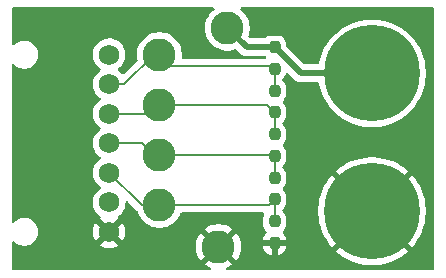
<source format=gbr>
%TF.GenerationSoftware,KiCad,Pcbnew,9.0.0*%
%TF.CreationDate,2025-08-25T22:35:37-05:00*%
%TF.ProjectId,CellSimulatorPCB,43656c6c-5369-46d7-956c-61746f725043,rev?*%
%TF.SameCoordinates,Original*%
%TF.FileFunction,Copper,L1,Top*%
%TF.FilePolarity,Positive*%
%FSLAX46Y46*%
G04 Gerber Fmt 4.6, Leading zero omitted, Abs format (unit mm)*
G04 Created by KiCad (PCBNEW 9.0.0) date 2025-08-25 22:35:37*
%MOMM*%
%LPD*%
G01*
G04 APERTURE LIST*
G04 Aperture macros list*
%AMRoundRect*
0 Rectangle with rounded corners*
0 $1 Rounding radius*
0 $2 $3 $4 $5 $6 $7 $8 $9 X,Y pos of 4 corners*
0 Add a 4 corners polygon primitive as box body*
4,1,4,$2,$3,$4,$5,$6,$7,$8,$9,$2,$3,0*
0 Add four circle primitives for the rounded corners*
1,1,$1+$1,$2,$3*
1,1,$1+$1,$4,$5*
1,1,$1+$1,$6,$7*
1,1,$1+$1,$8,$9*
0 Add four rect primitives between the rounded corners*
20,1,$1+$1,$2,$3,$4,$5,0*
20,1,$1+$1,$4,$5,$6,$7,0*
20,1,$1+$1,$6,$7,$8,$9,0*
20,1,$1+$1,$8,$9,$2,$3,0*%
G04 Aperture macros list end*
%TA.AperFunction,SMDPad,CuDef*%
%ADD10RoundRect,0.237500X-0.237500X0.250000X-0.237500X-0.250000X0.237500X-0.250000X0.237500X0.250000X0*%
%TD*%
%TA.AperFunction,ComponentPad*%
%ADD11C,2.800000*%
%TD*%
%TA.AperFunction,ComponentPad*%
%ADD12C,8.115000*%
%TD*%
%TA.AperFunction,ComponentPad*%
%ADD13C,1.752600*%
%TD*%
%TA.AperFunction,Conductor*%
%ADD14C,0.500000*%
%TD*%
%TA.AperFunction,Conductor*%
%ADD15C,0.200000*%
%TD*%
G04 APERTURE END LIST*
D10*
%TO.P,R4,1*%
%TO.N,/2&3COM_ext*%
X100000000Y-70687500D03*
%TO.P,R4,2*%
%TO.N,/1&2COM_ext*%
X100000000Y-72512500D03*
%TD*%
D11*
%TO.P,TP11,1,1*%
%TO.N,/3&4COM_ext*%
X90250000Y-64500000D03*
%TD*%
%TO.P,TP9,1,1*%
%TO.N,/1&2COM_ext*%
X90250000Y-73000000D03*
%TD*%
%TO.P,TP13,1,1*%
%TO.N,GND*%
X95250000Y-76500000D03*
%TD*%
D12*
%TO.P,J2,1,Pin_1*%
%TO.N,GND*%
X108250000Y-73500000D03*
%TD*%
D10*
%TO.P,R1,1*%
%TO.N,/VBAT*%
X100000000Y-59625000D03*
%TO.P,R1,2*%
%TO.N,/4&5COM_ext*%
X100000000Y-61450000D03*
%TD*%
D11*
%TO.P,TP14,1,1*%
%TO.N,/VBAT*%
X96000000Y-58000000D03*
%TD*%
D13*
%TO.P,J11,1,Pin_1*%
%TO.N,GND*%
X86000000Y-75250000D03*
%TO.P,J11,2,Pin_2*%
%TO.N,unconnected-(J11-Pin_2-Pad2)*%
X86000000Y-72750000D03*
%TO.P,J11,3,Pin_3*%
%TO.N,/1&2COM_ext*%
X86000000Y-70250000D03*
%TO.P,J11,4,Pin_4*%
%TO.N,/2&3COM_ext*%
X86000000Y-67750000D03*
%TO.P,J11,5,Pin_5*%
%TO.N,/3&4COM_ext*%
X86000000Y-65250000D03*
%TO.P,J11,6,Pin_6*%
%TO.N,/4&5COM_ext*%
X86000000Y-62750000D03*
%TO.P,J11,7,Pin_7*%
%TO.N,/last_cell_ext*%
X86000000Y-60250000D03*
%TD*%
D11*
%TO.P,TP12,1,1*%
%TO.N,/4&5COM_ext*%
X90250000Y-60250000D03*
%TD*%
D12*
%TO.P,J1,1,Pin_1*%
%TO.N,/VBAT*%
X108250000Y-61835000D03*
%TD*%
D10*
%TO.P,R5,1*%
%TO.N,/1&2COM_ext*%
X100000000Y-74375000D03*
%TO.P,R5,2*%
%TO.N,GND*%
X100000000Y-76200000D03*
%TD*%
D11*
%TO.P,TP10,1,1*%
%TO.N,/2&3COM_ext*%
X90250000Y-68750000D03*
%TD*%
D10*
%TO.P,R2,1*%
%TO.N,/4&5COM_ext*%
X100000000Y-63312500D03*
%TO.P,R2,2*%
%TO.N,/3&4COM_ext*%
X100000000Y-65137500D03*
%TD*%
%TO.P,R3,1*%
%TO.N,/3&4COM_ext*%
X100000000Y-67000000D03*
%TO.P,R3,2*%
%TO.N,/2&3COM_ext*%
X100000000Y-68825000D03*
%TD*%
D14*
%TO.N,/VBAT*%
X97625000Y-59625000D02*
X96000000Y-58000000D01*
X108250000Y-61835000D02*
X102210000Y-61835000D01*
X100000000Y-59625000D02*
X97625000Y-59625000D01*
X102210000Y-61835000D02*
X100000000Y-59625000D01*
D15*
%TO.N,/3&4COM_ext*%
X89000000Y-65250000D02*
X89750000Y-64500000D01*
X89750000Y-64500000D02*
X99362500Y-64500000D01*
X100000000Y-67000000D02*
X100000000Y-65137500D01*
X86000000Y-65250000D02*
X89000000Y-65250000D01*
X99362500Y-64500000D02*
X100000000Y-65137500D01*
%TO.N,/1&2COM_ext*%
X99512500Y-73000000D02*
X100000000Y-72512500D01*
X100000000Y-74375000D02*
X100000000Y-72512500D01*
X88750000Y-73000000D02*
X89750000Y-73000000D01*
X86000000Y-70250000D02*
X88750000Y-73000000D01*
X89750000Y-73000000D02*
X99512500Y-73000000D01*
%TO.N,/4&5COM_ext*%
X89750000Y-60250000D02*
X90750000Y-61250000D01*
X90750000Y-61250000D02*
X99800000Y-61250000D01*
X99800000Y-61250000D02*
X100000000Y-61450000D01*
X86000000Y-62750000D02*
X87250000Y-62750000D01*
X87250000Y-62750000D02*
X89750000Y-60250000D01*
X100000000Y-63312500D02*
X100000000Y-61450000D01*
%TO.N,/2&3COM_ext*%
X99925000Y-68750000D02*
X100000000Y-68825000D01*
X100000000Y-68825000D02*
X100000000Y-70687500D01*
X88750000Y-67750000D02*
X89750000Y-68750000D01*
X89750000Y-68750000D02*
X99925000Y-68750000D01*
X86000000Y-67750000D02*
X88750000Y-67750000D01*
%TD*%
%TA.AperFunction,Conductor*%
%TO.N,GND*%
G36*
X94859826Y-56270185D02*
G01*
X94905581Y-56322989D01*
X94915525Y-56392147D01*
X94886500Y-56455703D01*
X94868273Y-56472876D01*
X94744225Y-56568060D01*
X94744218Y-56568066D01*
X94568066Y-56744218D01*
X94568060Y-56744225D01*
X94416400Y-56941873D01*
X94291837Y-57157623D01*
X94291830Y-57157638D01*
X94196498Y-57387792D01*
X94132017Y-57628438D01*
X94099501Y-57875424D01*
X94099500Y-57875441D01*
X94099500Y-58124558D01*
X94099501Y-58124575D01*
X94111465Y-58215455D01*
X94132018Y-58371565D01*
X94177642Y-58541836D01*
X94196498Y-58612207D01*
X94291830Y-58842361D01*
X94291837Y-58842376D01*
X94416400Y-59058126D01*
X94568060Y-59255774D01*
X94568066Y-59255781D01*
X94744218Y-59431933D01*
X94744225Y-59431939D01*
X94941873Y-59583599D01*
X95157623Y-59708162D01*
X95157638Y-59708169D01*
X95189808Y-59721494D01*
X95387793Y-59803502D01*
X95628435Y-59867982D01*
X95875435Y-59900500D01*
X95875442Y-59900500D01*
X96124558Y-59900500D01*
X96124565Y-59900500D01*
X96371565Y-59867982D01*
X96612207Y-59803502D01*
X96627528Y-59797155D01*
X96696994Y-59789683D01*
X96759475Y-59820954D01*
X96762665Y-59824033D01*
X97146586Y-60207954D01*
X97176058Y-60227645D01*
X97220270Y-60257186D01*
X97269505Y-60290084D01*
X97269506Y-60290084D01*
X97269507Y-60290085D01*
X97269509Y-60290086D01*
X97396478Y-60342678D01*
X97406087Y-60346658D01*
X97406091Y-60346658D01*
X97406092Y-60346659D01*
X97551079Y-60375500D01*
X97551082Y-60375500D01*
X97551083Y-60375500D01*
X97698917Y-60375500D01*
X99167948Y-60375500D01*
X99197388Y-60384144D01*
X99227375Y-60390668D01*
X99232390Y-60394422D01*
X99234987Y-60395185D01*
X99255629Y-60411819D01*
X99281629Y-60437819D01*
X99315114Y-60499142D01*
X99310130Y-60568834D01*
X99268258Y-60624767D01*
X99202794Y-60649184D01*
X99193948Y-60649500D01*
X92255699Y-60649500D01*
X92188660Y-60629815D01*
X92142905Y-60577011D01*
X92132760Y-60509315D01*
X92138847Y-60463077D01*
X92150500Y-60374565D01*
X92150500Y-60125435D01*
X92117982Y-59878435D01*
X92053502Y-59637793D01*
X91972584Y-59442440D01*
X91958169Y-59407638D01*
X91958162Y-59407623D01*
X91833599Y-59191873D01*
X91681939Y-58994225D01*
X91681933Y-58994218D01*
X91505781Y-58818066D01*
X91505774Y-58818060D01*
X91308126Y-58666400D01*
X91092376Y-58541837D01*
X91092361Y-58541830D01*
X90862207Y-58446498D01*
X90621561Y-58382017D01*
X90374575Y-58349501D01*
X90374570Y-58349500D01*
X90374565Y-58349500D01*
X90125435Y-58349500D01*
X90125429Y-58349500D01*
X90125424Y-58349501D01*
X89878438Y-58382017D01*
X89637792Y-58446498D01*
X89407638Y-58541830D01*
X89407623Y-58541837D01*
X89191873Y-58666400D01*
X88994225Y-58818060D01*
X88994218Y-58818066D01*
X88818066Y-58994218D01*
X88818060Y-58994225D01*
X88666400Y-59191873D01*
X88541837Y-59407623D01*
X88541830Y-59407638D01*
X88446498Y-59637792D01*
X88382017Y-59878438D01*
X88349501Y-60125424D01*
X88349500Y-60125441D01*
X88349500Y-60374558D01*
X88349501Y-60374575D01*
X88382017Y-60621563D01*
X88394592Y-60668491D01*
X88392929Y-60738341D01*
X88362498Y-60788265D01*
X87256986Y-61893777D01*
X87195663Y-61927262D01*
X87125971Y-61922278D01*
X87070038Y-61880406D01*
X87068987Y-61878982D01*
X87050165Y-61853076D01*
X86896927Y-61699838D01*
X86896921Y-61699833D01*
X86759950Y-61600318D01*
X86717284Y-61544988D01*
X86711305Y-61475375D01*
X86743911Y-61413580D01*
X86759950Y-61399682D01*
X86761435Y-61398603D01*
X86896925Y-61300164D01*
X87050164Y-61146925D01*
X87177545Y-60971600D01*
X87275930Y-60778508D01*
X87324243Y-60629815D01*
X87342897Y-60572405D01*
X87342897Y-60572404D01*
X87342898Y-60572401D01*
X87376800Y-60358356D01*
X87376800Y-60141644D01*
X87342898Y-59927599D01*
X87342897Y-59927595D01*
X87342897Y-59927594D01*
X87275931Y-59721494D01*
X87201518Y-59575450D01*
X87177545Y-59528400D01*
X87050164Y-59353075D01*
X86896925Y-59199836D01*
X86721600Y-59072455D01*
X86568063Y-58994224D01*
X86528505Y-58974068D01*
X86322404Y-58907102D01*
X86161867Y-58881675D01*
X86108356Y-58873200D01*
X85891644Y-58873200D01*
X85820295Y-58884500D01*
X85677597Y-58907102D01*
X85677594Y-58907102D01*
X85471494Y-58974068D01*
X85278399Y-59072455D01*
X85103072Y-59199838D01*
X84949838Y-59353072D01*
X84822455Y-59528399D01*
X84724068Y-59721494D01*
X84657102Y-59927594D01*
X84657102Y-59927597D01*
X84625769Y-60125424D01*
X84623200Y-60141644D01*
X84623200Y-60358356D01*
X84628318Y-60390668D01*
X84657102Y-60572402D01*
X84657102Y-60572405D01*
X84724068Y-60778505D01*
X84724070Y-60778508D01*
X84822455Y-60971600D01*
X84949836Y-61146925D01*
X85103075Y-61300164D01*
X85238565Y-61398603D01*
X85240050Y-61399682D01*
X85282715Y-61455012D01*
X85288694Y-61524626D01*
X85256088Y-61586420D01*
X85240050Y-61600317D01*
X85103075Y-61699836D01*
X85103073Y-61699838D01*
X85103072Y-61699838D01*
X84949838Y-61853072D01*
X84822455Y-62028399D01*
X84724068Y-62221494D01*
X84657102Y-62427594D01*
X84657102Y-62427597D01*
X84628975Y-62605185D01*
X84623200Y-62641644D01*
X84623200Y-62858356D01*
X84632394Y-62916401D01*
X84657102Y-63072402D01*
X84657102Y-63072405D01*
X84724068Y-63278505D01*
X84795249Y-63418205D01*
X84822455Y-63471600D01*
X84949836Y-63646925D01*
X85103075Y-63800164D01*
X85240050Y-63899682D01*
X85282715Y-63955012D01*
X85288694Y-64024626D01*
X85256088Y-64086420D01*
X85240050Y-64100317D01*
X85103075Y-64199836D01*
X85103073Y-64199838D01*
X85103072Y-64199838D01*
X84949838Y-64353072D01*
X84822455Y-64528399D01*
X84724068Y-64721494D01*
X84657102Y-64927594D01*
X84657102Y-64927597D01*
X84623200Y-65141644D01*
X84623200Y-65358355D01*
X84657102Y-65572402D01*
X84657102Y-65572405D01*
X84724068Y-65778505D01*
X84795249Y-65918206D01*
X84822455Y-65971600D01*
X84949836Y-66146925D01*
X85103075Y-66300164D01*
X85230853Y-66393000D01*
X85240050Y-66399682D01*
X85282715Y-66455012D01*
X85288694Y-66524626D01*
X85256088Y-66586420D01*
X85240050Y-66600317D01*
X85103075Y-66699836D01*
X85103073Y-66699838D01*
X85103072Y-66699838D01*
X84949838Y-66853072D01*
X84822455Y-67028399D01*
X84724068Y-67221494D01*
X84657102Y-67427594D01*
X84657102Y-67427597D01*
X84657102Y-67427599D01*
X84623200Y-67641644D01*
X84623200Y-67858356D01*
X84638639Y-67955834D01*
X84657102Y-68072402D01*
X84657102Y-68072405D01*
X84724068Y-68278505D01*
X84798582Y-68424747D01*
X84822455Y-68471600D01*
X84949836Y-68646925D01*
X85103075Y-68800164D01*
X85205493Y-68874575D01*
X85240050Y-68899682D01*
X85282715Y-68955012D01*
X85288694Y-69024626D01*
X85256088Y-69086420D01*
X85240050Y-69100317D01*
X85103075Y-69199836D01*
X85103073Y-69199838D01*
X85103072Y-69199838D01*
X84949838Y-69353072D01*
X84822455Y-69528399D01*
X84724068Y-69721494D01*
X84657102Y-69927594D01*
X84657102Y-69927597D01*
X84657102Y-69927599D01*
X84623200Y-70141644D01*
X84623200Y-70358356D01*
X84638870Y-70457292D01*
X84657102Y-70572402D01*
X84657102Y-70572405D01*
X84724068Y-70778505D01*
X84784252Y-70896623D01*
X84822455Y-70971600D01*
X84949836Y-71146925D01*
X85103075Y-71300164D01*
X85231636Y-71393569D01*
X85240050Y-71399682D01*
X85282715Y-71455012D01*
X85288694Y-71524626D01*
X85256088Y-71586420D01*
X85240050Y-71600317D01*
X85103075Y-71699836D01*
X85103073Y-71699838D01*
X85103072Y-71699838D01*
X84949838Y-71853072D01*
X84822455Y-72028399D01*
X84724068Y-72221494D01*
X84657102Y-72427594D01*
X84657102Y-72427597D01*
X84643634Y-72512629D01*
X84623200Y-72641644D01*
X84623200Y-72858356D01*
X84631816Y-72912753D01*
X84657102Y-73072402D01*
X84657102Y-73072405D01*
X84724068Y-73278505D01*
X84788874Y-73405694D01*
X84822455Y-73471600D01*
X84949836Y-73646925D01*
X85103075Y-73800164D01*
X85240474Y-73899990D01*
X85283139Y-73955320D01*
X85289118Y-74024933D01*
X85256512Y-74086728D01*
X85240473Y-74100626D01*
X85219453Y-74115897D01*
X85219453Y-74115899D01*
X85773712Y-74670158D01*
X85705230Y-74698525D01*
X85603307Y-74766628D01*
X85516628Y-74853307D01*
X85448525Y-74955230D01*
X85420158Y-75023712D01*
X84865899Y-74469453D01*
X84865898Y-74469453D01*
X84822884Y-74528659D01*
X84724534Y-74721679D01*
X84657588Y-74927715D01*
X84623700Y-75141677D01*
X84623700Y-75358322D01*
X84657588Y-75572284D01*
X84724534Y-75778320D01*
X84822885Y-75971342D01*
X84865898Y-76030545D01*
X84865899Y-76030545D01*
X85420158Y-75476286D01*
X85448525Y-75544770D01*
X85516628Y-75646693D01*
X85603307Y-75733372D01*
X85705230Y-75801475D01*
X85773712Y-75829840D01*
X85219452Y-76384099D01*
X85219453Y-76384100D01*
X85278657Y-76427114D01*
X85471679Y-76525465D01*
X85677715Y-76592411D01*
X85891678Y-76626300D01*
X86108322Y-76626300D01*
X86322284Y-76592411D01*
X86528320Y-76525465D01*
X86721331Y-76427120D01*
X86721344Y-76427112D01*
X86780545Y-76384100D01*
X86780545Y-76384098D01*
X86226287Y-75829841D01*
X86294770Y-75801475D01*
X86396693Y-75733372D01*
X86483372Y-75646693D01*
X86551475Y-75544770D01*
X86579841Y-75476287D01*
X87134099Y-76030546D01*
X87134100Y-76030545D01*
X87177112Y-75971344D01*
X87177120Y-75971331D01*
X87275465Y-75778320D01*
X87342411Y-75572284D01*
X87376300Y-75358322D01*
X87376300Y-75141678D01*
X87363165Y-75058752D01*
X87363165Y-75058751D01*
X87342410Y-74927715D01*
X87275465Y-74721679D01*
X87177114Y-74528657D01*
X87134100Y-74469453D01*
X87134099Y-74469452D01*
X86579840Y-75023711D01*
X86551475Y-74955230D01*
X86483372Y-74853307D01*
X86396693Y-74766628D01*
X86294770Y-74698525D01*
X86226287Y-74670158D01*
X86780545Y-74115899D01*
X86780545Y-74115898D01*
X86759525Y-74100626D01*
X86716859Y-74045296D01*
X86710880Y-73975683D01*
X86743486Y-73913888D01*
X86759518Y-73899995D01*
X86896925Y-73800164D01*
X87050164Y-73646925D01*
X87177545Y-73471600D01*
X87275930Y-73278508D01*
X87295198Y-73219207D01*
X87342897Y-73072405D01*
X87342897Y-73072404D01*
X87342898Y-73072401D01*
X87376800Y-72858356D01*
X87376800Y-72775397D01*
X87396485Y-72708358D01*
X87449289Y-72662603D01*
X87518447Y-72652659D01*
X87582003Y-72681684D01*
X87588481Y-72687716D01*
X88269478Y-73368713D01*
X88269480Y-73368716D01*
X88381284Y-73480520D01*
X88386718Y-73483657D01*
X88396922Y-73493669D01*
X88410428Y-73517855D01*
X88426766Y-73540230D01*
X88429851Y-73550084D01*
X88446495Y-73612201D01*
X88446496Y-73612203D01*
X88541833Y-73842366D01*
X88541837Y-73842376D01*
X88666400Y-74058126D01*
X88818060Y-74255774D01*
X88818066Y-74255781D01*
X88994218Y-74431933D01*
X88994225Y-74431939D01*
X89191873Y-74583599D01*
X89407623Y-74708162D01*
X89407638Y-74708169D01*
X89506825Y-74749253D01*
X89637793Y-74803502D01*
X89878435Y-74867982D01*
X90125435Y-74900500D01*
X90125442Y-74900500D01*
X90374558Y-74900500D01*
X90374565Y-74900500D01*
X90621565Y-74867982D01*
X90862207Y-74803502D01*
X91092373Y-74708164D01*
X91308127Y-74583599D01*
X91505776Y-74431938D01*
X91681938Y-74255776D01*
X91833599Y-74058127D01*
X91958164Y-73842373D01*
X92026644Y-73677048D01*
X92070485Y-73622644D01*
X92136779Y-73600579D01*
X92141205Y-73600500D01*
X98996745Y-73600500D01*
X99063784Y-73620185D01*
X99109539Y-73672989D01*
X99119483Y-73742147D01*
X99102284Y-73789596D01*
X99089095Y-73810977D01*
X99089091Y-73810986D01*
X99061719Y-73893588D01*
X99034826Y-73974747D01*
X99034826Y-73974748D01*
X99034825Y-73974748D01*
X99024500Y-74075815D01*
X99024500Y-74674169D01*
X99024501Y-74674187D01*
X99034825Y-74775252D01*
X99066806Y-74871761D01*
X99089092Y-74939016D01*
X99168947Y-75068482D01*
X99179661Y-75085851D01*
X99293982Y-75200172D01*
X99327467Y-75261495D01*
X99322483Y-75331187D01*
X99293983Y-75375534D01*
X99180052Y-75489465D01*
X99089551Y-75636188D01*
X99089546Y-75636199D01*
X99035319Y-75799847D01*
X99025000Y-75900845D01*
X99025000Y-75950000D01*
X100974999Y-75950000D01*
X100974999Y-75900860D01*
X100974998Y-75900845D01*
X100964680Y-75799847D01*
X100910453Y-75636199D01*
X100910448Y-75636188D01*
X100819947Y-75489465D01*
X100819944Y-75489461D01*
X100706017Y-75375534D01*
X100672532Y-75314211D01*
X100677516Y-75244519D01*
X100706013Y-75200176D01*
X100820340Y-75085850D01*
X100910908Y-74939016D01*
X100965174Y-74775253D01*
X100975500Y-74674177D01*
X100975499Y-74075824D01*
X100970300Y-74024933D01*
X100965174Y-73974747D01*
X100958239Y-73953818D01*
X100910908Y-73810984D01*
X100820340Y-73664150D01*
X100698350Y-73542160D01*
X100698348Y-73542159D01*
X100696904Y-73541017D01*
X100696168Y-73539978D01*
X100693243Y-73537053D01*
X100693743Y-73536552D01*
X100687544Y-73527799D01*
X100674574Y-73518097D01*
X100667768Y-73499870D01*
X100656527Y-73483995D01*
X100655799Y-73467815D01*
X100650133Y-73452641D01*
X100654261Y-73433630D01*
X100653387Y-73414196D01*
X100661679Y-73399469D01*
X100664960Y-73384363D01*
X100680690Y-73365709D01*
X100686101Y-73356101D01*
X100694450Y-73347745D01*
X100698350Y-73345340D01*
X100742679Y-73301011D01*
X103692500Y-73301011D01*
X103692500Y-73698988D01*
X103727185Y-74095442D01*
X103796291Y-74487357D01*
X103796294Y-74487370D01*
X103899290Y-74871761D01*
X104035412Y-75245750D01*
X104203592Y-75606415D01*
X104203600Y-75606430D01*
X104402576Y-75951067D01*
X104402585Y-75951082D01*
X104630846Y-76277072D01*
X104853739Y-76542705D01*
X106168314Y-75228130D01*
X106229860Y-75305307D01*
X106444693Y-75520140D01*
X106521867Y-75581684D01*
X105207292Y-76896259D01*
X105207293Y-76896260D01*
X105472920Y-77119148D01*
X105798917Y-77347414D01*
X105798932Y-77347423D01*
X106143569Y-77546399D01*
X106143584Y-77546407D01*
X106504249Y-77714587D01*
X106878238Y-77850709D01*
X107262629Y-77953705D01*
X107262642Y-77953708D01*
X107654557Y-78022814D01*
X108051011Y-78057499D01*
X108051014Y-78057500D01*
X108448986Y-78057500D01*
X108448988Y-78057499D01*
X108845442Y-78022814D01*
X109237357Y-77953708D01*
X109237370Y-77953705D01*
X109621761Y-77850709D01*
X109995750Y-77714587D01*
X110356415Y-77546407D01*
X110356430Y-77546399D01*
X110701067Y-77347423D01*
X110701082Y-77347414D01*
X111027079Y-77119148D01*
X111292705Y-76896260D01*
X111292706Y-76896259D01*
X109978131Y-75581685D01*
X110055307Y-75520140D01*
X110270140Y-75305307D01*
X110331685Y-75228131D01*
X111646259Y-76542706D01*
X111646260Y-76542705D01*
X111869148Y-76277079D01*
X112097414Y-75951082D01*
X112097423Y-75951067D01*
X112296399Y-75606430D01*
X112296407Y-75606415D01*
X112464587Y-75245750D01*
X112600709Y-74871761D01*
X112703705Y-74487370D01*
X112703708Y-74487357D01*
X112772814Y-74095442D01*
X112807499Y-73698988D01*
X112807500Y-73698986D01*
X112807500Y-73301014D01*
X112807499Y-73301011D01*
X112772814Y-72904557D01*
X112703708Y-72512642D01*
X112703705Y-72512629D01*
X112600709Y-72128238D01*
X112464587Y-71754249D01*
X112296407Y-71393584D01*
X112296399Y-71393569D01*
X112097423Y-71048932D01*
X112097414Y-71048917D01*
X111869148Y-70722920D01*
X111646260Y-70457293D01*
X111646259Y-70457292D01*
X110331684Y-71771867D01*
X110270140Y-71694693D01*
X110055307Y-71479860D01*
X109978131Y-71418314D01*
X111292706Y-70103739D01*
X111027072Y-69880846D01*
X110701082Y-69652585D01*
X110701067Y-69652576D01*
X110356430Y-69453600D01*
X110356415Y-69453592D01*
X109995750Y-69285412D01*
X109621761Y-69149290D01*
X109237370Y-69046294D01*
X109237357Y-69046291D01*
X108845442Y-68977185D01*
X108448988Y-68942500D01*
X108051011Y-68942500D01*
X107654557Y-68977185D01*
X107262642Y-69046291D01*
X107262629Y-69046294D01*
X106878238Y-69149290D01*
X106504249Y-69285412D01*
X106143584Y-69453592D01*
X106143569Y-69453600D01*
X105798932Y-69652576D01*
X105798917Y-69652585D01*
X105472927Y-69880846D01*
X105207293Y-70103739D01*
X106521868Y-71418314D01*
X106444693Y-71479860D01*
X106229860Y-71694693D01*
X106168314Y-71771868D01*
X104853739Y-70457293D01*
X104630846Y-70722927D01*
X104402585Y-71048917D01*
X104402576Y-71048932D01*
X104203600Y-71393569D01*
X104203592Y-71393584D01*
X104035412Y-71754249D01*
X103899290Y-72128238D01*
X103796294Y-72512629D01*
X103796291Y-72512642D01*
X103727185Y-72904557D01*
X103692500Y-73301011D01*
X100742679Y-73301011D01*
X100820340Y-73223350D01*
X100910908Y-73076516D01*
X100965174Y-72912753D01*
X100975500Y-72811677D01*
X100975499Y-72213324D01*
X100966807Y-72128238D01*
X100965174Y-72112247D01*
X100910908Y-71948484D01*
X100820340Y-71801650D01*
X100706371Y-71687681D01*
X100672886Y-71626358D01*
X100677870Y-71556666D01*
X100706371Y-71512319D01*
X100738830Y-71479860D01*
X100820340Y-71398350D01*
X100910908Y-71251516D01*
X100965174Y-71087753D01*
X100975500Y-70986677D01*
X100975499Y-70388324D01*
X100965174Y-70287247D01*
X100910908Y-70123484D01*
X100820340Y-69976650D01*
X100698350Y-69854660D01*
X100698348Y-69854659D01*
X100696904Y-69853517D01*
X100696168Y-69852478D01*
X100693243Y-69849553D01*
X100693743Y-69849052D01*
X100656527Y-69796495D01*
X100653387Y-69726696D01*
X100688483Y-69666280D01*
X100696904Y-69658983D01*
X100698345Y-69657843D01*
X100698350Y-69657840D01*
X100820340Y-69535850D01*
X100910908Y-69389016D01*
X100965174Y-69225253D01*
X100975500Y-69124177D01*
X100975499Y-68525824D01*
X100969960Y-68471604D01*
X100965174Y-68424747D01*
X100964591Y-68422989D01*
X100910908Y-68260984D01*
X100820340Y-68114150D01*
X100706371Y-68000181D01*
X100672886Y-67938858D01*
X100677870Y-67869166D01*
X100706371Y-67824819D01*
X100820340Y-67710850D01*
X100910908Y-67564016D01*
X100965174Y-67400253D01*
X100975500Y-67299177D01*
X100975499Y-66700824D01*
X100975398Y-66699838D01*
X100965174Y-66599747D01*
X100956130Y-66572455D01*
X100910908Y-66435984D01*
X100820340Y-66289150D01*
X100698350Y-66167160D01*
X100698348Y-66167159D01*
X100696904Y-66166017D01*
X100696168Y-66164978D01*
X100693243Y-66162053D01*
X100693743Y-66161552D01*
X100656527Y-66108995D01*
X100653387Y-66039196D01*
X100688483Y-65978780D01*
X100696904Y-65971483D01*
X100698345Y-65970343D01*
X100698350Y-65970340D01*
X100820340Y-65848350D01*
X100910908Y-65701516D01*
X100965174Y-65537753D01*
X100975500Y-65436677D01*
X100975499Y-64838324D01*
X100965174Y-64737247D01*
X100910908Y-64573484D01*
X100820340Y-64426650D01*
X100706371Y-64312681D01*
X100672886Y-64251358D01*
X100677870Y-64181666D01*
X100706371Y-64137319D01*
X100757270Y-64086420D01*
X100820340Y-64023350D01*
X100910908Y-63876516D01*
X100965174Y-63712753D01*
X100975500Y-63611677D01*
X100975499Y-63013324D01*
X100965174Y-62912247D01*
X100910908Y-62748484D01*
X100820340Y-62601650D01*
X100698350Y-62479660D01*
X100698348Y-62479659D01*
X100696904Y-62478517D01*
X100696168Y-62477478D01*
X100693243Y-62474553D01*
X100693743Y-62474052D01*
X100656527Y-62421495D01*
X100653387Y-62351696D01*
X100688483Y-62291280D01*
X100696904Y-62283983D01*
X100698345Y-62282843D01*
X100698350Y-62282840D01*
X100820340Y-62160850D01*
X100910908Y-62014016D01*
X100951397Y-61891826D01*
X100991168Y-61834384D01*
X101055684Y-61807560D01*
X101124460Y-61819875D01*
X101156783Y-61843151D01*
X101731586Y-62417954D01*
X101746019Y-62427597D01*
X101805270Y-62467186D01*
X101854505Y-62500084D01*
X101854506Y-62500084D01*
X101854507Y-62500085D01*
X101854509Y-62500086D01*
X101991082Y-62556656D01*
X101991087Y-62556658D01*
X101991091Y-62556658D01*
X101991092Y-62556659D01*
X102136079Y-62585500D01*
X102136082Y-62585500D01*
X102136083Y-62585500D01*
X102283917Y-62585500D01*
X103649971Y-62585500D01*
X103717010Y-62605185D01*
X103762765Y-62657989D01*
X103772087Y-62687967D01*
X103795803Y-62822466D01*
X103795806Y-62822479D01*
X103898813Y-63206912D01*
X104034951Y-63580946D01*
X104203143Y-63941637D01*
X104203156Y-63941661D01*
X104310992Y-64128438D01*
X104366742Y-64225000D01*
X104402155Y-64286336D01*
X104402164Y-64286351D01*
X104630455Y-64612384D01*
X104722008Y-64721492D01*
X104886289Y-64917274D01*
X105167726Y-65198711D01*
X105198459Y-65224499D01*
X105472615Y-65454544D01*
X105472621Y-65454548D01*
X105472622Y-65454549D01*
X105798655Y-65682840D01*
X106118339Y-65867410D01*
X106143338Y-65881843D01*
X106143362Y-65881856D01*
X106504053Y-66050048D01*
X106504058Y-66050049D01*
X106504067Y-66050054D01*
X106878077Y-66186183D01*
X106878083Y-66186184D01*
X106878087Y-66186186D01*
X106960104Y-66208162D01*
X107262528Y-66289196D01*
X107654495Y-66358311D01*
X108050991Y-66392999D01*
X108050992Y-66393000D01*
X108050993Y-66393000D01*
X108449008Y-66393000D01*
X108449008Y-66392999D01*
X108845505Y-66358311D01*
X109237472Y-66289196D01*
X109621923Y-66186183D01*
X109995933Y-66050054D01*
X110042128Y-66028513D01*
X110356637Y-65881856D01*
X110356645Y-65881851D01*
X110356655Y-65881847D01*
X110701345Y-65682840D01*
X111027378Y-65454549D01*
X111332274Y-65198711D01*
X111613711Y-64917274D01*
X111869549Y-64612378D01*
X112097840Y-64286345D01*
X112296847Y-63941655D01*
X112296851Y-63941645D01*
X112296856Y-63941637D01*
X112465048Y-63580946D01*
X112465048Y-63580945D01*
X112465054Y-63580933D01*
X112601183Y-63206923D01*
X112704196Y-62822472D01*
X112773311Y-62430505D01*
X112808000Y-62034007D01*
X112808000Y-61635993D01*
X112773311Y-61239495D01*
X112704196Y-60847528D01*
X112621125Y-60537500D01*
X112601186Y-60463087D01*
X112601184Y-60463083D01*
X112601183Y-60463077D01*
X112465054Y-60089067D01*
X112465049Y-60089058D01*
X112465048Y-60089053D01*
X112296856Y-59728362D01*
X112296843Y-59728338D01*
X112187604Y-59539131D01*
X112097840Y-59383655D01*
X111869549Y-59057622D01*
X111869548Y-59057621D01*
X111869544Y-59057615D01*
X111646800Y-58792160D01*
X111613711Y-58752726D01*
X111332274Y-58471289D01*
X111187133Y-58349501D01*
X111027384Y-58215455D01*
X110701351Y-57987164D01*
X110701348Y-57987162D01*
X110701345Y-57987160D01*
X110507813Y-57875424D01*
X110356661Y-57788156D01*
X110356637Y-57788143D01*
X109995946Y-57619951D01*
X109995935Y-57619947D01*
X109995933Y-57619946D01*
X109621923Y-57483817D01*
X109621922Y-57483816D01*
X109621912Y-57483813D01*
X109263555Y-57387793D01*
X109237472Y-57380804D01*
X109182130Y-57371045D01*
X108845507Y-57311689D01*
X108449010Y-57277000D01*
X108449007Y-57277000D01*
X108050993Y-57277000D01*
X108050989Y-57277000D01*
X107654492Y-57311689D01*
X107262533Y-57380803D01*
X107262530Y-57380803D01*
X107262528Y-57380804D01*
X107262523Y-57380805D01*
X107262520Y-57380806D01*
X106878087Y-57483813D01*
X106504053Y-57619951D01*
X106143362Y-57788143D01*
X106143338Y-57788156D01*
X105798663Y-57987155D01*
X105798648Y-57987164D01*
X105472615Y-58215455D01*
X105167723Y-58471291D01*
X104886291Y-58752723D01*
X104630455Y-59057615D01*
X104402164Y-59383648D01*
X104402155Y-59383663D01*
X104203156Y-59728338D01*
X104203143Y-59728362D01*
X104034951Y-60089053D01*
X103898813Y-60463087D01*
X103795806Y-60847520D01*
X103795803Y-60847533D01*
X103772087Y-60982033D01*
X103741060Y-61044635D01*
X103681113Y-61080526D01*
X103649971Y-61084500D01*
X102572230Y-61084500D01*
X102505191Y-61064815D01*
X102484549Y-61048181D01*
X101011818Y-59575450D01*
X100978333Y-59514127D01*
X100975499Y-59487769D01*
X100975499Y-59325830D01*
X100975498Y-59325813D01*
X100965174Y-59224747D01*
X100956919Y-59199836D01*
X100910908Y-59060984D01*
X100820340Y-58914150D01*
X100698350Y-58792160D01*
X100551516Y-58701592D01*
X100387753Y-58647326D01*
X100387751Y-58647325D01*
X100286678Y-58637000D01*
X99713330Y-58637000D01*
X99713312Y-58637001D01*
X99612247Y-58647325D01*
X99448484Y-58701592D01*
X99448481Y-58701593D01*
X99301648Y-58792161D01*
X99255629Y-58838181D01*
X99194306Y-58871666D01*
X99167948Y-58874500D01*
X97987230Y-58874500D01*
X97957789Y-58865855D01*
X97927803Y-58859332D01*
X97922787Y-58855577D01*
X97920191Y-58854815D01*
X97899549Y-58838181D01*
X97824033Y-58762665D01*
X97790548Y-58701342D01*
X97795532Y-58631650D01*
X97797136Y-58627574D01*
X97803502Y-58612207D01*
X97867982Y-58371565D01*
X97900500Y-58124565D01*
X97900500Y-57875435D01*
X97867982Y-57628435D01*
X97803502Y-57387793D01*
X97708164Y-57157627D01*
X97583599Y-56941873D01*
X97431938Y-56744224D01*
X97431933Y-56744218D01*
X97255781Y-56568066D01*
X97255774Y-56568060D01*
X97131727Y-56472876D01*
X97090524Y-56416448D01*
X97086369Y-56346702D01*
X97120581Y-56285782D01*
X97182298Y-56253029D01*
X97207213Y-56250500D01*
X113375500Y-56250500D01*
X113442539Y-56270185D01*
X113488294Y-56322989D01*
X113499500Y-56374500D01*
X113499500Y-78375500D01*
X113479815Y-78442539D01*
X113427011Y-78488294D01*
X113375500Y-78499500D01*
X96011111Y-78499500D01*
X95944072Y-78479815D01*
X95898317Y-78427011D01*
X95888373Y-78357853D01*
X95917398Y-78294297D01*
X95963658Y-78260939D01*
X96092148Y-78207716D01*
X96092159Y-78207711D01*
X96307855Y-78083178D01*
X96405045Y-78008600D01*
X96405045Y-78008597D01*
X95612294Y-77215846D01*
X95628942Y-77208951D01*
X95759970Y-77121401D01*
X95871401Y-77009970D01*
X95958951Y-76878942D01*
X95965846Y-76862294D01*
X96758597Y-77655045D01*
X96758600Y-77655045D01*
X96833178Y-77557855D01*
X96957711Y-77342159D01*
X96957716Y-77342148D01*
X97053026Y-77112049D01*
X97117491Y-76871463D01*
X97150000Y-76624533D01*
X97150000Y-76499154D01*
X99025001Y-76499154D01*
X99035319Y-76600152D01*
X99089546Y-76763800D01*
X99089551Y-76763811D01*
X99180052Y-76910534D01*
X99180055Y-76910538D01*
X99301961Y-77032444D01*
X99301965Y-77032447D01*
X99448688Y-77122948D01*
X99448699Y-77122953D01*
X99612347Y-77177180D01*
X99713352Y-77187499D01*
X99750000Y-77187499D01*
X100250000Y-77187499D01*
X100286640Y-77187499D01*
X100286654Y-77187498D01*
X100387652Y-77177180D01*
X100551300Y-77122953D01*
X100551311Y-77122948D01*
X100698034Y-77032447D01*
X100698038Y-77032444D01*
X100819944Y-76910538D01*
X100819947Y-76910534D01*
X100899191Y-76782062D01*
X100899191Y-76782061D01*
X100910450Y-76763807D01*
X100910453Y-76763800D01*
X100964680Y-76600152D01*
X100974999Y-76499154D01*
X100975000Y-76499141D01*
X100975000Y-76450000D01*
X100250000Y-76450000D01*
X100250000Y-77187499D01*
X99750000Y-77187499D01*
X99750000Y-76450000D01*
X99025001Y-76450000D01*
X99025001Y-76499154D01*
X97150000Y-76499154D01*
X97150000Y-76375466D01*
X97117491Y-76128536D01*
X97053026Y-75887950D01*
X96957716Y-75657851D01*
X96957711Y-75657840D01*
X96833186Y-75442158D01*
X96833180Y-75442150D01*
X96758598Y-75344953D01*
X95965846Y-76137705D01*
X95958951Y-76121058D01*
X95871401Y-75990030D01*
X95759970Y-75878599D01*
X95628942Y-75791049D01*
X95612292Y-75784152D01*
X96405045Y-74991400D01*
X96307849Y-74916819D01*
X96307841Y-74916813D01*
X96092159Y-74792288D01*
X96092148Y-74792283D01*
X95862049Y-74696973D01*
X95621463Y-74632508D01*
X95374534Y-74600000D01*
X95125466Y-74600000D01*
X94878536Y-74632508D01*
X94637950Y-74696973D01*
X94407851Y-74792283D01*
X94407847Y-74792285D01*
X94192143Y-74916823D01*
X94094953Y-74991399D01*
X94094953Y-74991400D01*
X94887706Y-75784153D01*
X94871058Y-75791049D01*
X94740030Y-75878599D01*
X94628599Y-75990030D01*
X94541049Y-76121058D01*
X94534153Y-76137706D01*
X93741400Y-75344953D01*
X93741399Y-75344953D01*
X93666823Y-75442143D01*
X93542285Y-75657847D01*
X93542283Y-75657851D01*
X93446973Y-75887950D01*
X93382508Y-76128536D01*
X93350000Y-76375466D01*
X93350000Y-76624533D01*
X93382508Y-76871463D01*
X93446973Y-77112049D01*
X93542283Y-77342148D01*
X93542288Y-77342159D01*
X93666813Y-77557841D01*
X93666819Y-77557849D01*
X93741400Y-77655045D01*
X94534152Y-76862292D01*
X94541049Y-76878942D01*
X94628599Y-77009970D01*
X94740030Y-77121401D01*
X94871058Y-77208951D01*
X94887705Y-77215846D01*
X94094953Y-78008598D01*
X94192150Y-78083180D01*
X94192158Y-78083186D01*
X94407840Y-78207711D01*
X94407851Y-78207716D01*
X94536342Y-78260939D01*
X94590745Y-78304780D01*
X94612810Y-78371074D01*
X94595531Y-78438773D01*
X94544394Y-78486384D01*
X94488889Y-78499500D01*
X77874500Y-78499500D01*
X77807461Y-78479815D01*
X77761706Y-78427011D01*
X77750500Y-78375500D01*
X77750500Y-76145241D01*
X77770185Y-76078202D01*
X77822989Y-76032447D01*
X77892147Y-76022503D01*
X77955703Y-76051528D01*
X77962181Y-76057560D01*
X78052844Y-76148223D01*
X78202802Y-76257174D01*
X78367958Y-76341324D01*
X78367960Y-76341325D01*
X78429688Y-76361381D01*
X78544244Y-76398603D01*
X78727320Y-76427600D01*
X78727321Y-76427600D01*
X78912677Y-76427600D01*
X78912678Y-76427600D01*
X79095754Y-76398603D01*
X79272040Y-76341324D01*
X79437196Y-76257174D01*
X79587154Y-76148223D01*
X79718222Y-76017155D01*
X79827173Y-75867197D01*
X79911323Y-75702041D01*
X79968602Y-75525755D01*
X79997599Y-75342679D01*
X79997599Y-75157321D01*
X79995121Y-75141678D01*
X79983528Y-75068482D01*
X79968602Y-74974245D01*
X79911323Y-74797959D01*
X79827173Y-74632803D01*
X79718222Y-74482845D01*
X79587154Y-74351777D01*
X79437196Y-74242826D01*
X79424851Y-74236536D01*
X79272037Y-74158674D01*
X79095751Y-74101396D01*
X78955117Y-74079121D01*
X78912678Y-74072400D01*
X78727320Y-74072400D01*
X78684880Y-74079121D01*
X78544247Y-74101396D01*
X78544246Y-74101396D01*
X78367960Y-74158674D01*
X78202805Y-74242824D01*
X78202797Y-74242829D01*
X78122365Y-74301266D01*
X78052844Y-74351777D01*
X78052842Y-74351779D01*
X78052841Y-74351779D01*
X77962181Y-74442440D01*
X77900858Y-74475925D01*
X77831166Y-74470941D01*
X77775233Y-74429069D01*
X77750816Y-74363605D01*
X77750500Y-74354759D01*
X77750500Y-61145241D01*
X77770185Y-61078202D01*
X77822989Y-61032447D01*
X77892147Y-61022503D01*
X77955703Y-61051528D01*
X77962181Y-61057560D01*
X78052844Y-61148223D01*
X78202802Y-61257174D01*
X78287170Y-61300161D01*
X78367960Y-61341325D01*
X78429688Y-61361381D01*
X78544244Y-61398603D01*
X78727320Y-61427600D01*
X78727321Y-61427600D01*
X78912677Y-61427600D01*
X78912678Y-61427600D01*
X79095754Y-61398603D01*
X79272040Y-61341324D01*
X79437196Y-61257174D01*
X79587154Y-61148223D01*
X79718222Y-61017155D01*
X79827173Y-60867197D01*
X79911323Y-60702041D01*
X79968602Y-60525755D01*
X79997599Y-60342679D01*
X79997599Y-60157321D01*
X79968602Y-59974245D01*
X79911323Y-59797959D01*
X79827173Y-59632803D01*
X79718222Y-59482845D01*
X79587154Y-59351777D01*
X79437196Y-59242826D01*
X79424851Y-59236536D01*
X79272037Y-59158674D01*
X79095751Y-59101396D01*
X78955117Y-59079121D01*
X78912678Y-59072400D01*
X78727320Y-59072400D01*
X78684880Y-59079121D01*
X78544247Y-59101396D01*
X78544246Y-59101396D01*
X78367960Y-59158674D01*
X78202805Y-59242824D01*
X78202797Y-59242829D01*
X78122365Y-59301266D01*
X78052844Y-59351777D01*
X78052842Y-59351779D01*
X78052841Y-59351779D01*
X77962181Y-59442440D01*
X77900858Y-59475925D01*
X77831166Y-59470941D01*
X77775233Y-59429069D01*
X77750816Y-59363605D01*
X77750500Y-59354759D01*
X77750500Y-56374500D01*
X77770185Y-56307461D01*
X77822989Y-56261706D01*
X77874500Y-56250500D01*
X94792787Y-56250500D01*
X94859826Y-56270185D01*
G37*
%TD.AperFunction*%
%TD*%
M02*

</source>
